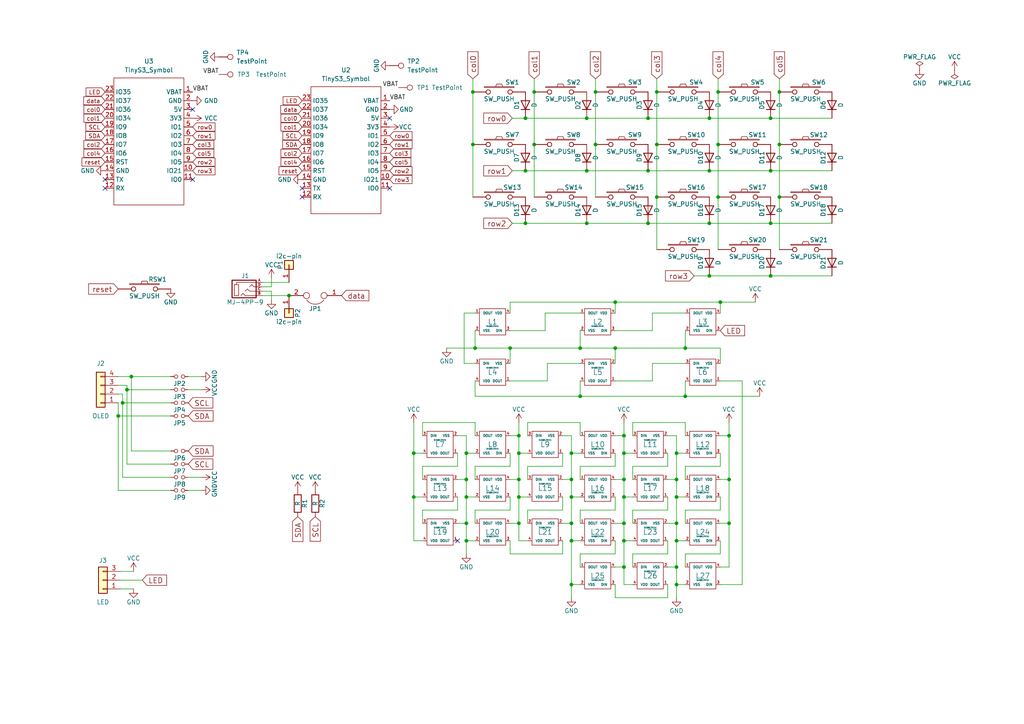
<source format=kicad_sch>
(kicad_sch (version 20231120) (generator "eeschema") (generator_version "8.0")
  (paper "A4")
  (title_block (title "Corne Classic") (date "2018-08-24") (rev "2.0") (company "foostan"))
  (junction (at 223.52 49.53))
  (junction (at 226.06 41.91))
  (junction (at 165.735 144.145))
  (junction (at 137.795 100.965))
  (junction (at 196.215 131.445))
  (junction (at 35.56 116.84))
  (junction (at 190.5 41.91))
  (junction (at 208.28 26.67))
  (junction (at 196.215 164.465))
  (junction (at 170.18 49.53))
  (junction (at 205.74 34.29))
  (junction (at 154.94 41.91))
  (junction (at 154.94 26.67))
  (junction (at 36.83 113.03))
  (junction (at 205.74 80.01))
  (junction (at 165.735 156.845))
  (junction (at 223.52 64.77))
  (junction (at 147.955 100.965))
  (junction (at 226.06 57.15))
  (junction (at 211.455 126.365))
  (junction (at 190.5 26.67))
  (junction (at 208.28 41.91))
  (junction (at 34.29 120.65))
  (junction (at 196.215 169.545))
  (junction (at 187.96 64.77))
  (junction (at 150.495 131.445))
  (junction (at 223.52 34.29))
  (junction (at 165.735 151.765))
  (junction (at 180.975 144.145))
  (junction (at 135.255 131.445))
  (junction (at 196.215 139.065))
  (junction (at 150.495 139.065))
  (junction (at 83.82 85.725))
  (junction (at 135.255 139.065))
  (junction (at 150.495 151.765))
  (junction (at 187.96 34.29))
  (junction (at 178.435 100.965))
  (junction (at 120.015 144.145))
  (junction (at 152.4 34.29))
  (junction (at 120.015 131.445))
  (junction (at 150.495 126.365))
  (junction (at 152.4 49.53))
  (junction (at 211.455 151.765))
  (junction (at 180.975 131.445))
  (junction (at 180.975 156.845))
  (junction (at 208.915 87.63))
  (junction (at 208.28 57.15))
  (junction (at 180.975 126.365))
  (junction (at 170.18 34.29))
  (junction (at 198.755 100.965))
  (junction (at 187.96 49.53))
  (junction (at 152.4 64.77))
  (junction (at 137.16 41.91))
  (junction (at 196.215 151.765))
  (junction (at 165.735 139.065))
  (junction (at 137.16 26.67))
  (junction (at 168.275 114.935))
  (junction (at 196.215 156.845))
  (junction (at 165.735 131.445))
  (junction (at 180.975 151.765))
  (junction (at 172.72 26.67))
  (junction (at 165.735 169.545))
  (junction (at 178.435 87.63))
  (junction (at 196.215 144.145))
  (junction (at 135.255 151.765))
  (junction (at 211.455 139.065))
  (junction (at 205.74 49.53))
  (junction (at 190.5 57.15))
  (junction (at 135.255 156.845))
  (junction (at 223.52 80.01))
  (junction (at 168.275 100.965))
  (junction (at 172.72 41.91))
  (junction (at 198.755 114.935))
  (junction (at 170.18 64.77))
  (junction (at 180.975 139.065))
  (junction (at 38.1 109.22))
  (junction (at 205.74 64.77))
  (junction (at 180.975 164.465))
  (junction (at 135.255 144.145))
  (junction (at 150.495 144.145))
  (junction (at 226.06 26.67))
  (no_connect (at 113.03 54.61))
  (no_connect (at 30.48 52.07))
  (no_connect (at 55.88 31.75))
  (no_connect (at 87.63 54.61))
  (no_connect (at 132.715 156.845))
  (no_connect (at 55.88 52.07))
  (no_connect (at 87.63 57.15))
  (no_connect (at 30.48 54.61))
  (no_connect (at 113.03 34.29))
  (wire (pts (xy 36.83 113.03) (xy 36.83 134.62)))
  (wire (pts (xy 208.915 90.805) (xy 208.915 87.63)))
  (wire (pts (xy 208.915 147.955) (xy 208.915 144.145)))
  (wire (pts (xy 76.2 84.455) (xy 78.74 84.455)))
  (wire (pts (xy 137.795 114.935) (xy 168.275 114.935)))
  (wire (pts (xy 183.515 139.065) (xy 183.515 135.255)))
  (wire (pts (xy 178.435 147.955) (xy 178.435 144.145)))
  (wire (pts (xy 208.915 100.965) (xy 208.915 105.41)))
  (wire (pts (xy 198.755 156.845) (xy 196.215 156.845)))
  (wire (pts (xy 36.83 111.76) (xy 36.83 113.03)))
  (wire (pts (xy 198.755 100.965) (xy 208.915 100.965)))
  (wire (pts (xy 211.455 122.555) (xy 211.455 126.365)))
  (wire (pts (xy 168.275 139.065) (xy 168.275 135.255)))
  (wire (pts (xy 198.755 164.465) (xy 198.755 160.655)))
  (wire (pts (xy 150.495 151.765) (xy 150.495 156.845)))
  (wire (pts (xy 38.1 109.22) (xy 49.53 109.22)))
  (wire (pts (xy 38.1 109.22) (xy 38.1 130.81)))
  (wire (pts (xy 193.675 151.765) (xy 196.215 151.765)))
  (wire (pts (xy 132.715 147.955) (xy 132.715 144.145)))
  (wire (pts (xy 152.4 64.77) (xy 170.18 64.77)))
  (wire (pts (xy 187.96 64.77) (xy 205.74 64.77)))
  (wire (pts (xy 198.755 131.445) (xy 196.215 131.445)))
  (wire (pts (xy 36.83 134.62) (xy 49.53 134.62)))
  (wire (pts (xy 168.275 100.965) (xy 178.435 100.965)))
  (wire (pts (xy 198.755 90.805) (xy 189.23 90.805)))
  (wire (pts (xy 226.06 57.15) (xy 226.06 72.39)))
  (wire (pts (xy 168.275 164.465) (xy 168.275 160.655)))
  (wire (pts (xy 158.75 110.49) (xy 158.75 105.41)))
  (wire (pts (xy 147.955 110.49) (xy 158.75 110.49)))
  (wire (pts (xy 137.795 147.955) (xy 147.955 147.955)))
  (wire (pts (xy 196.215 139.065) (xy 196.215 144.145)))
  (wire (pts (xy 180.975 126.365) (xy 180.975 131.445)))
  (wire (pts (xy 180.975 151.765) (xy 180.975 156.845)))
  (wire (pts (xy 122.555 144.145) (xy 120.015 144.145)))
  (wire (pts (xy 168.275 95.885) (xy 168.275 100.965)))
  (wire (pts (xy 134.62 90.805) (xy 134.62 105.41)))
  (wire (pts (xy 147.955 139.065) (xy 150.495 139.065)))
  (wire (pts (xy 168.275 151.765) (xy 168.275 147.955)))
  (wire (pts (xy 196.215 151.765) (xy 196.215 156.845)))
  (wire (pts (xy 208.915 126.365) (xy 211.455 126.365)))
  (wire (pts (xy 178.435 173.355) (xy 178.435 169.545)))
  (wire (pts (xy 154.94 41.91) (xy 154.94 57.15)))
  (wire (pts (xy 196.215 131.445) (xy 196.215 139.065)))
  (wire (pts (xy 35.56 116.84) (xy 35.56 138.43)))
  (wire (pts (xy 34.29 120.65) (xy 34.29 142.24)))
  (wire (pts (xy 54.61 113.03) (xy 58.42 113.03)))
  (wire (pts (xy 168.275 147.955) (xy 178.435 147.955)))
  (wire (pts (xy 135.255 151.765) (xy 135.255 156.845)))
  (wire (pts (xy 211.455 151.765) (xy 211.455 164.465)))
  (wire (pts (xy 187.96 34.29) (xy 205.74 34.29)))
  (wire (pts (xy 198.755 122.555) (xy 183.515 122.555)))
  (wire (pts (xy 147.955 87.63) (xy 178.435 87.63)))
  (wire (pts (xy 38.1 130.81) (xy 49.53 130.81)))
  (wire (pts (xy 168.275 126.365) (xy 168.275 122.555)))
  (wire (pts (xy 153.035 144.145) (xy 150.495 144.145)))
  (wire (pts (xy 54.61 138.43) (xy 58.42 138.43)))
  (wire (pts (xy 137.795 100.965) (xy 147.955 100.965)))
  (wire (pts (xy 168.275 144.145) (xy 165.735 144.145)))
  (wire (pts (xy 120.015 122.555) (xy 120.015 131.445)))
  (wire (pts (xy 190.5 22.86) (xy 190.5 26.67)))
  (wire (pts (xy 178.435 87.63) (xy 208.915 87.63)))
  (wire (pts (xy 134.62 105.41) (xy 137.795 105.41)))
  (wire (pts (xy 150.495 122.555) (xy 150.495 126.365)))
  (wire (pts (xy 137.795 126.365) (xy 137.795 122.555)))
  (wire (pts (xy 172.72 22.86) (xy 172.72 26.67)))
  (wire (pts (xy 178.435 126.365) (xy 180.975 126.365)))
  (wire (pts (xy 147.955 126.365) (xy 150.495 126.365)))
  (wire (pts (xy 120.015 144.145) (xy 120.015 156.845)))
  (wire (pts (xy 135.255 144.145) (xy 135.255 151.765)))
  (wire (pts (xy 183.515 151.765) (xy 183.515 147.955)))
  (wire (pts (xy 198.755 95.885) (xy 198.755 100.965)))
  (wire (pts (xy 208.915 151.765) (xy 211.455 151.765)))
  (wire (pts (xy 196.215 126.365) (xy 196.215 131.445)))
  (wire (pts (xy 198.755 151.765) (xy 198.755 147.955)))
  (wire (pts (xy 168.275 110.49) (xy 168.275 114.935)))
  (wire (pts (xy 215.265 110.49) (xy 215.265 169.545)))
  (wire (pts (xy 190.5 41.91) (xy 190.5 57.15)))
  (wire (pts (xy 223.52 64.77) (xy 241.3 64.77)))
  (wire (pts (xy 223.52 80.01) (xy 241.3 80.01)))
  (wire (pts (xy 193.675 139.065) (xy 196.215 139.065)))
  (wire (pts (xy 170.18 64.77) (xy 187.96 64.77)))
  (wire (pts (xy 165.735 169.545) (xy 165.735 173.355)))
  (wire (pts (xy 150.495 126.365) (xy 150.495 131.445)))
  (wire (pts (xy 137.795 122.555) (xy 122.555 122.555)))
  (wire (pts (xy 168.275 90.805) (xy 158.115 90.805)))
  (wire (pts (xy 135.255 139.065) (xy 135.255 144.145)))
  (wire (pts (xy 49.53 120.65) (xy 34.29 120.65)))
  (wire (pts (xy 178.435 105.41) (xy 178.435 100.965)))
  (wire (pts (xy 122.555 135.255) (xy 132.715 135.255)))
  (wire (pts (xy 193.675 173.355) (xy 178.435 173.355)))
  (wire (pts (xy 190.5 26.67) (xy 190.5 41.91)))
  (wire (pts (xy 163.195 156.845) (xy 163.195 160.655)))
  (wire (pts (xy 137.795 139.065) (xy 137.795 135.255)))
  (wire (pts (xy 180.975 156.845) (xy 180.975 164.465)))
  (wire (pts (xy 76.2 81.915) (xy 83.82 81.915)))
  (wire (pts (xy 148.59 34.29) (xy 152.4 34.29)))
  (wire (pts (xy 34.29 111.76) (xy 36.83 111.76)))
  (wire (pts (xy 122.555 131.445) (xy 120.015 131.445)))
  (wire (pts (xy 147.955 90.805) (xy 147.955 87.63)))
  (wire (pts (xy 158.115 90.805) (xy 158.115 95.885)))
  (wire (pts (xy 196.215 164.465) (xy 196.215 169.545)))
  (wire (pts (xy 49.53 113.03) (xy 36.83 113.03)))
  (wire (pts (xy 223.52 49.53) (xy 241.3 49.53)))
  (wire (pts (xy 154.94 26.67) (xy 154.94 41.91)))
  (wire (pts (xy 163.195 147.955) (xy 163.195 144.145)))
  (wire (pts (xy 34.29 142.24) (xy 49.53 142.24)))
  (wire (pts (xy 34.925 168.275) (xy 41.275 168.275)))
  (wire (pts (xy 34.29 116.84) (xy 34.29 120.65)))
  (wire (pts (xy 34.925 170.815) (xy 38.735 170.815)))
  (wire (pts (xy 198.755 160.655) (xy 208.915 160.655)))
  (wire (pts (xy 196.215 169.545) (xy 196.215 173.355)))
  (wire (pts (xy 172.72 26.67) (xy 172.72 41.91)))
  (wire (pts (xy 208.915 139.065) (xy 211.455 139.065)))
  (wire (pts (xy 137.795 135.255) (xy 147.955 135.255)))
  (wire (pts (xy 147.955 135.255) (xy 147.955 131.445)))
  (wire (pts (xy 165.735 144.145) (xy 165.735 151.765)))
  (wire (pts (xy 183.515 164.465) (xy 183.515 160.655)))
  (wire (pts (xy 193.675 160.655) (xy 193.675 156.845)))
  (wire (pts (xy 198.755 139.065) (xy 198.755 135.255)))
  (wire (pts (xy 129.54 100.965) (xy 137.795 100.965)))
  (wire (pts (xy 137.795 151.765) (xy 137.795 147.955)))
  (wire (pts (xy 208.915 87.63) (xy 219.075 87.63)))
  (wire (pts (xy 183.515 147.955) (xy 193.675 147.955)))
  (wire (pts (xy 208.28 57.15) (xy 208.28 72.39)))
  (wire (pts (xy 137.16 41.91) (xy 137.16 57.15)))
  (wire (pts (xy 76.2 85.725) (xy 83.82 85.725)))
  (wire (pts (xy 137.795 156.845) (xy 135.255 156.845)))
  (wire (pts (xy 180.975 156.845) (xy 183.515 156.845)))
  (wire (pts (xy 153.035 139.065) (xy 153.035 135.255)))
  (wire (pts (xy 150.495 156.845) (xy 153.035 156.845)))
  (wire (pts (xy 163.195 135.255) (xy 163.195 131.445)))
  (wire (pts (xy 193.675 147.955) (xy 193.675 144.145)))
  (wire (pts (xy 183.515 135.255) (xy 193.675 135.255)))
  (wire (pts (xy 35.56 138.43) (xy 49.53 138.43)))
  (wire (pts (xy 180.975 139.065) (xy 180.975 144.145)))
  (wire (pts (xy 189.23 90.805) (xy 189.23 95.885)))
  (wire (pts (xy 153.035 122.555) (xy 153.035 126.365)))
  (wire (pts (xy 193.675 135.255) (xy 193.675 131.445)))
  (wire (pts (xy 137.795 110.49) (xy 137.795 114.935)))
  (wire (pts (xy 147.955 105.41) (xy 147.955 100.965)))
  (wire (pts (xy 201.295 80.01) (xy 205.74 80.01)))
  (wire (pts (xy 187.96 49.53) (xy 205.74 49.53)))
  (wire (pts (xy 180.975 169.545) (xy 183.515 169.545)))
  (wire (pts (xy 178.435 164.465) (xy 180.975 164.465)))
  (wire (pts (xy 147.955 151.765) (xy 150.495 151.765)))
  (wire (pts (xy 198.755 114.935) (xy 220.345 114.935)))
  (wire (pts (xy 226.06 26.67) (xy 226.06 41.91)))
  (wire (pts (xy 49.53 116.84) (xy 35.56 116.84)))
  (wire (pts (xy 168.275 114.935) (xy 198.755 114.935)))
  (wire (pts (xy 78.74 84.455) (xy 78.74 86.995)))
  (wire (pts (xy 147.955 147.955) (xy 147.955 144.145)))
  (wire (pts (xy 165.735 156.845) (xy 165.735 169.545)))
  (wire (pts (xy 147.955 156.845) (xy 147.955 160.655)))
  (wire (pts (xy 180.975 131.445) (xy 180.975 139.065)))
  (wire (pts (xy 172.72 41.91) (xy 172.72 57.15)))
  (wire (pts (xy 165.735 139.065) (xy 165.735 144.145)))
  (wire (pts (xy 153.035 147.955) (xy 163.195 147.955)))
  (wire (pts (xy 158.115 95.885) (xy 147.955 95.885)))
  (wire (pts (xy 137.795 131.445) (xy 135.255 131.445)))
  (wire (pts (xy 132.715 139.065) (xy 135.255 139.065)))
  (wire (pts (xy 150.495 144.145) (xy 150.495 151.765)))
  (wire (pts (xy 163.195 126.365) (xy 165.735 126.365)))
  (wire (pts (xy 165.735 151.765) (xy 165.735 156.845)))
  (wire (pts (xy 226.06 41.91) (xy 226.06 57.15)))
  (wire (pts (xy 153.035 135.255) (xy 163.195 135.255)))
  (wire (pts (xy 153.035 131.445) (xy 150.495 131.445)))
  (wire (pts (xy 163.195 151.765) (xy 165.735 151.765)))
  (wire (pts (xy 190.5 57.15) (xy 190.5 72.39)))
  (wire (pts (xy 135.255 156.845) (xy 135.255 160.655)))
  (wire (pts (xy 122.555 122.555) (xy 122.555 126.365)))
  (wire (pts (xy 153.035 151.765) (xy 153.035 147.955)))
  (wire (pts (xy 147.955 100.965) (xy 168.275 100.965)))
  (wire (pts (xy 150.495 139.065) (xy 150.495 144.145)))
  (wire (pts (xy 137.16 22.86) (xy 137.16 26.67)))
  (wire (pts (xy 76.2 83.185) (xy 78.74 83.185)))
  (wire (pts (xy 165.735 131.445) (xy 165.735 139.065)))
  (wire (pts (xy 215.265 169.545) (xy 208.915 169.545)))
  (wire (pts (xy 148.59 49.53) (xy 152.4 49.53)))
  (wire (pts (xy 178.435 135.255) (xy 178.435 131.445)))
  (wire (pts (xy 178.435 100.965) (xy 198.755 100.965)))
  (wire (pts (xy 208.915 110.49) (xy 215.265 110.49)))
  (wire (pts (xy 193.675 126.365) (xy 196.215 126.365)))
  (wire (pts (xy 189.23 105.41) (xy 198.755 105.41)))
  (wire (pts (xy 198.755 126.365) (xy 198.755 122.555)))
  (wire (pts (xy 180.975 164.465) (xy 180.975 169.545)))
  (wire (pts (xy 189.23 95.885) (xy 178.435 95.885)))
  (wire (pts (xy 150.495 131.445) (xy 150.495 139.065)))
  (wire (pts (xy 122.555 139.065) (xy 122.555 135.255)))
  (wire (pts (xy 158.75 105.41) (xy 168.275 105.41)))
  (wire (pts (xy 208.915 135.255) (xy 208.915 131.445)))
  (wire (pts (xy 180.975 122.555) (xy 180.975 126.365)))
  (wire (pts (xy 120.015 156.845) (xy 122.555 156.845)))
  (wire (pts (xy 137.795 144.145) (xy 135.255 144.145)))
  (wire (pts (xy 154.94 22.86) (xy 154.94 26.67)))
  (wire (pts (xy 183.515 122.555) (xy 183.515 126.365)))
  (wire (pts (xy 189.23 110.49) (xy 189.23 105.41)))
  (wire (pts (xy 135.255 126.365) (xy 135.255 131.445)))
  (wire (pts (xy 205.74 80.01) (xy 223.52 80.01)))
  (wire (pts (xy 54.61 109.22) (xy 58.42 109.22)))
  (wire (pts (xy 137.795 95.885) (xy 137.795 100.965)))
  (wire (pts (xy 168.275 131.445) (xy 165.735 131.445)))
  (wire (pts (xy 180.975 131.445) (xy 183.515 131.445)))
  (wire (pts (xy 165.735 126.365) (xy 165.735 131.445)))
  (wire (pts (xy 178.435 90.805) (xy 178.435 87.63)))
  (wire (pts (xy 183.515 160.655) (xy 193.675 160.655)))
  (wire (pts (xy 208.28 41.91) (xy 208.28 57.15)))
  (wire (pts (xy 78.74 83.185) (xy 78.74 80.645)))
  (wire (pts (xy 168.275 160.655) (xy 178.435 160.655)))
  (wire (pts (xy 132.715 126.365) (xy 135.255 126.365)))
  (wire (pts (xy 152.4 34.29) (xy 170.18 34.29)))
  (wire (pts (xy 135.255 131.445) (xy 135.255 139.065)))
  (wire (pts (xy 198.755 135.255) (xy 208.915 135.255)))
  (wire (pts (xy 226.06 22.86) (xy 226.06 26.67)))
  (wire (pts (xy 163.195 139.065) (xy 165.735 139.065)))
  (wire (pts (xy 180.975 144.145) (xy 180.975 151.765)))
  (wire (pts (xy 196.215 144.145) (xy 196.215 151.765)))
  (wire (pts (xy 34.29 114.3) (xy 35.56 114.3)))
  (wire (pts (xy 178.435 139.065) (xy 180.975 139.065)))
  (wire (pts (xy 208.915 160.655) (xy 208.915 156.845)))
  (wire (pts (xy 152.4 49.53) (xy 170.18 49.53)))
  (wire (pts (xy 122.555 147.955) (xy 132.715 147.955)))
  (wire (pts (xy 34.925 165.735) (xy 38.735 165.735)))
  (wire (pts (xy 196.215 156.845) (xy 196.215 164.465)))
  (wire (pts (xy 198.755 147.955) (xy 208.915 147.955)))
  (wire (pts (xy 54.61 142.24) (xy 58.42 142.24)))
  (wire (pts (xy 193.675 169.545) (xy 193.675 173.355)))
  (wire (pts (xy 211.455 139.065) (xy 211.455 151.765)))
  (wire (pts (xy 35.56 114.3) (xy 35.56 116.84)))
  (wire (pts (xy 205.74 34.29) (xy 223.52 34.29)))
  (wire (pts (xy 205.74 49.53) (xy 223.52 49.53)))
  (wire (pts (xy 163.195 160.655) (xy 147.955 160.655)))
  (wire (pts (xy 168.275 135.255) (xy 178.435 135.255)))
  (wire (pts (xy 205.74 64.77) (xy 223.52 64.77)))
  (wire (pts (xy 34.29 109.22) (xy 38.1 109.22)))
  (wire (pts (xy 148.59 64.77) (xy 152.4 64.77)))
  (wire (pts (xy 193.675 164.465) (xy 196.215 164.465)))
  (wire (pts (xy 132.715 135.255) (xy 132.715 131.445)))
  (wire (pts (xy 211.455 126.365) (xy 211.455 139.065)))
  (wire (pts (xy 180.975 144.145) (xy 183.515 144.145)))
  (wire (pts (xy 168.275 122.555) (xy 153.035 122.555)))
  (wire (pts (xy 137.795 90.805) (xy 134.62 90.805)))
  (wire (pts (xy 122.555 151.765) (xy 122.555 147.955)))
  (wire (pts (xy 208.28 26.67) (xy 208.28 41.91)))
  (wire (pts (xy 198.755 144.145) (xy 196.215 144.145)))
  (wire (pts (xy 120.015 131.445) (xy 120.015 144.145)))
  (wire (pts (xy 178.435 160.655) (xy 178.435 156.845)))
  (wire (pts (xy 170.18 49.53) (xy 187.96 49.53)))
  (wire (pts (xy 208.28 22.86) (xy 208.28 26.67)))
  (wire (pts (xy 168.275 169.545) (xy 165.735 169.545)))
  (wire (pts (xy 137.16 26.67) (xy 137.16 41.91)))
  (wire (pts (xy 198.755 110.49) (xy 198.755 114.935)))
  (wire (pts (xy 223.52 34.29) (xy 241.3 34.29)))
  (wire (pts (xy 132.715 151.765) (xy 135.255 151.765)))
  (wire (pts (xy 178.435 151.765) (xy 180.975 151.765)))
  (wire (pts (xy 170.18 34.29) (xy 187.96 34.29)))
  (wire (pts (xy 168.275 156.845) (xy 165.735 156.845)))
  (wire (pts (xy 211.455 164.465) (xy 208.915 164.465)))
  (wire (pts (xy 198.755 169.545) (xy 196.215 169.545)))
  (wire (pts (xy 178.435 110.49) (xy 189.23 110.49)))
  (label "VBAT" (at 55.88 26.67 0))
  (label "VBAT" (at 113.03 29.21 0))
  (label "VBAT" (at 115.57 25.4 180))
  (label "VBAT" (at 63.5 21.59 180))
  (global_label "LED" (shape input) (at 87.63 29.21 180) (effects (font (size 1.1938 1.1938))) (property "Intersheetrefs" "${INTERSHEET_REFS}" (effects (hide yes))))
  (global_label "row2" (shape input) (at 55.88 46.99 0) (effects (font (size 1.1938 1.1938))) (property "Intersheetrefs" "${INTERSHEET_REFS}" (effects (hide yes))))
  (global_label "SCL" (shape input) (at 54.61 116.84 0) (effects (font (size 1.524 1.524))) (property "Intersheetrefs" "${INTERSHEET_REFS}" (effects (hide yes))))
  (global_label "reset" (shape input) (at 30.48 46.99 180) (effects (font (size 1.1938 1.1938))) (property "Intersheetrefs" "${INTERSHEET_REFS}" (effects (hide yes))))
  (global_label "col1" (shape input) (at 87.63 36.83 180) (effects (font (size 1.1938 1.1938))) (property "Intersheetrefs" "${INTERSHEET_REFS}" (effects (hide yes))))
  (global_label "SDA" (shape input) (at 54.61 130.81 0) (effects (font (size 1.524 1.524))) (property "Intersheetrefs" "${INTERSHEET_REFS}" (effects (hide yes))))
  (global_label "SDA" (shape input) (at 86.36 149.86 270) (effects (font (size 1.524 1.524))) (property "Intersheetrefs" "${INTERSHEET_REFS}" (effects (hide yes))))
  (global_label "col0" (shape input) (at 87.63 34.29 180) (effects (font (size 1.1938 1.1938))) (property "Intersheetrefs" "${INTERSHEET_REFS}" (effects (hide yes))))
  (global_label "col3" (shape input) (at 113.03 44.45 0) (effects (font (size 1.1938 1.1938))) (property "Intersheetrefs" "${INTERSHEET_REFS}" (effects (hide yes))))
  (global_label "col3" (shape input) (at 55.88 41.91 0) (effects (font (size 1.1938 1.1938))) (property "Intersheetrefs" "${INTERSHEET_REFS}" (effects (hide yes))))
  (global_label "reset" (shape input) (at 34.29 83.82 180) (effects (font (size 1.524 1.524))) (property "Intersheetrefs" "${INTERSHEET_REFS}" (effects (hide yes))))
  (global_label "row0" (shape input) (at 148.59 34.29 180) (effects (font (size 1.524 1.524))) (property "Intersheetrefs" "${INTERSHEET_REFS}" (effects (hide yes))))
  (global_label "col4" (shape input) (at 87.63 46.99 180) (effects (font (size 1.1938 1.1938))) (property "Intersheetrefs" "${INTERSHEET_REFS}" (effects (hide yes))))
  (global_label "LED" (shape input) (at 41.275 168.275 0) (effects (font (size 1.524 1.524))) (property "Intersheetrefs" "${INTERSHEET_REFS}" (effects (hide yes))))
  (global_label "SDA" (shape input) (at 87.63 41.91 180) (effects (font (size 1.1938 1.1938))) (property "Intersheetrefs" "${INTERSHEET_REFS}" (effects (hide yes))))
  (global_label "col2" (shape input) (at 87.63 44.45 180) (effects (font (size 1.1938 1.1938))) (property "Intersheetrefs" "${INTERSHEET_REFS}" (effects (hide yes))))
  (global_label "row3" (shape input) (at 201.295 80.01 180) (effects (font (size 1.524 1.524))) (property "Intersheetrefs" "${INTERSHEET_REFS}" (effects (hide yes))))
  (global_label "data" (shape input) (at 87.63 31.75 180) (effects (font (size 1.1938 1.1938))) (property "Intersheetrefs" "${INTERSHEET_REFS}" (effects (hide yes))))
  (global_label "row1" (shape input) (at 55.88 39.37 0) (effects (font (size 1.1938 1.1938))) (property "Intersheetrefs" "${INTERSHEET_REFS}" (effects (hide yes))))
  (global_label "col2" (shape input) (at 30.48 41.91 180) (effects (font (size 1.1938 1.1938))) (property "Intersheetrefs" "${INTERSHEET_REFS}" (effects (hide yes))))
  (global_label "col4" (shape input) (at 30.48 44.45 180) (effects (font (size 1.1938 1.1938))) (property "Intersheetrefs" "${INTERSHEET_REFS}" (effects (hide yes))))
  (global_label "LED" (shape input) (at 30.48 26.67 180) (effects (font (size 1.1938 1.1938))) (property "Intersheetrefs" "${INTERSHEET_REFS}" (effects (hide yes))))
  (global_label "col4" (shape input) (at 208.28 22.86 90) (effects (font (size 1.524 1.524))) (property "Intersheetrefs" "${INTERSHEET_REFS}" (effects (hide yes))))
  (global_label "col2" (shape input) (at 172.72 22.86 90) (effects (font (size 1.524 1.524))) (property "Intersheetrefs" "${INTERSHEET_REFS}" (effects (hide yes))))
  (global_label "col1" (shape input) (at 30.48 34.29 180) (effects (font (size 1.1938 1.1938))) (property "Intersheetrefs" "${INTERSHEET_REFS}" (effects (hide yes))))
  (global_label "col0" (shape input) (at 137.16 22.86 90) (effects (font (size 1.524 1.524))) (property "Intersheetrefs" "${INTERSHEET_REFS}" (effects (hide yes))))
  (global_label "row2" (shape input) (at 148.59 64.77 180) (effects (font (size 1.524 1.524))) (property "Intersheetrefs" "${INTERSHEET_REFS}" (effects (hide yes))))
  (global_label "row1" (shape input) (at 148.59 49.53 180) (effects (font (size 1.524 1.524))) (property "Intersheetrefs" "${INTERSHEET_REFS}" (effects (hide yes))))
  (global_label "LED" (shape input) (at 208.915 95.885 0) (effects (font (size 1.524 1.524))) (property "Intersheetrefs" "${INTERSHEET_REFS}" (effects (hide yes))))
  (global_label "col3" (shape input) (at 190.5 22.86 90) (effects (font (size 1.524 1.524))) (property "Intersheetrefs" "${INTERSHEET_REFS}" (effects (hide yes))))
  (global_label "col0" (shape input) (at 30.48 31.75 180) (effects (font (size 1.1938 1.1938))) (property "Intersheetrefs" "${INTERSHEET_REFS}" (effects (hide yes))))
  (global_label "row2" (shape input) (at 113.03 49.53 0) (effects (font (size 1.1938 1.1938))) (property "Intersheetrefs" "${INTERSHEET_REFS}" (effects (hide yes))))
  (global_label "row0" (shape input) (at 113.03 39.37 0) (effects (font (size 1.1938 1.1938))) (property "Intersheetrefs" "${INTERSHEET_REFS}" (effects (hide yes))))
  (global_label "SCL" (shape input) (at 30.48 36.83 180) (effects (font (size 1.1938 1.1938))) (property "Intersheetrefs" "${INTERSHEET_REFS}" (effects (hide yes))))
  (global_label "row0" (shape input) (at 55.88 36.83 0) (effects (font (size 1.1938 1.1938))) (property "Intersheetrefs" "${INTERSHEET_REFS}" (effects (hide yes))))
  (global_label "SCL" (shape input) (at 54.61 134.62 0) (effects (font (size 1.524 1.524))) (property "Intersheetrefs" "${INTERSHEET_REFS}" (effects (hide yes))))
  (global_label "SDA" (shape input) (at 30.48 39.37 180) (effects (font (size 1.1938 1.1938))) (property "Intersheetrefs" "${INTERSHEET_REFS}" (effects (hide yes))))
  (global_label "col5" (shape input) (at 226.06 22.86 90) (effects (font (size 1.524 1.524))) (property "Intersheetrefs" "${INTERSHEET_REFS}" (effects (hide yes))))
  (global_label "row3" (shape input) (at 55.88 49.53 0) (effects (font (size 1.1938 1.1938))) (property "Intersheetrefs" "${INTERSHEET_REFS}" (effects (hide yes))))
  (global_label "col5" (shape input) (at 55.88 44.45 0) (effects (font (size 1.1938 1.1938))) (property "Intersheetrefs" "${INTERSHEET_REFS}" (effects (hide yes))))
  (global_label "SDA" (shape input) (at 54.61 120.65 0) (effects (font (size 1.524 1.524))) (property "Intersheetrefs" "${INTERSHEET_REFS}" (effects (hide yes))))
  (global_label "SCL" (shape input) (at 91.44 149.86 270) (effects (font (size 1.524 1.524))) (property "Intersheetrefs" "${INTERSHEET_REFS}" (effects (hide yes))))
  (global_label "data" (shape input) (at 30.48 29.21 180) (effects (font (size 1.1938 1.1938))) (property "Intersheetrefs" "${INTERSHEET_REFS}" (effects (hide yes))))
  (global_label "col1" (shape input) (at 154.94 22.86 90) (effects (font (size 1.524 1.524))) (property "Intersheetrefs" "${INTERSHEET_REFS}" (effects (hide yes))))
  (global_label "col5" (shape input) (at 113.03 46.99 0) (effects (font (size 1.1938 1.1938))) (property "Intersheetrefs" "${INTERSHEET_REFS}" (effects (hide yes))))
  (global_label "row1" (shape input) (at 113.03 41.91 0) (effects (font (size 1.1938 1.1938))) (property "Intersheetrefs" "${INTERSHEET_REFS}" (effects (hide yes))))
  (global_label "reset" (shape input) (at 87.63 49.53 180) (effects (font (size 1.1938 1.1938))) (property "Intersheetrefs" "${INTERSHEET_REFS}" (effects (hide yes))))
  (global_label "row3" (shape input) (at 113.03 52.07 0) (effects (font (size 1.1938 1.1938))) (property "Intersheetrefs" "${INTERSHEET_REFS}" (effects (hide yes))))
  (global_label "data" (shape input) (at 99.06 85.725 0) (effects (font (size 1.524 1.524))) (property "Intersheetrefs" "${INTERSHEET_REFS}" (effects (hide yes))))
  (global_label "SCL" (shape input) (at 87.63 39.37 180) (effects (font (size 1.1938 1.1938))) (property "Intersheetrefs" "${INTERSHEET_REFS}" (effects (hide yes))))
  (symbol (lib_id "corne-classic-rescue:SW_PUSH-kbd") (at 162.56 26.67 0) (unit 1)
    (property "Reference" "SW2" (at 166.37 23.876 0))
    (property "Value" "SW_PUSH" (at 162.56 28.702 0))
    (property "Footprint" "kbd:MX_ALPS_PG1350_noLed" (effects (hide yes)))
  )
  (symbol (lib_id "Device:D") (at 170.18 30.48 90) (unit 1)
    (property "Reference" "D2" (at 167.64 30.48 0))
    (property "Value" "D" (at 172.72 30.48 0))
    (property "Footprint" "kbd:D3_TH_SMD" (effects (hide yes)))
  )
  (symbol (lib_id "corne-classic-rescue:SW_PUSH-kbd") (at 180.34 26.67 0) (unit 1)
    (property "Reference" "SW3" (at 184.15 23.876 0))
    (property "Value" "SW_PUSH" (at 180.34 28.702 0))
    (property "Footprint" "kbd:MX_ALPS_PG1350_noLed" (effects (hide yes)))
  )
  (symbol (lib_id "Device:D") (at 187.96 30.48 90) (unit 1)
    (property "Reference" "D3" (at 185.42 30.48 0))
    (property "Value" "D" (at 190.5 30.48 0))
    (property "Footprint" "kbd:D3_TH_SMD" (effects (hide yes)))
  )
  (symbol (lib_id "corne-classic-rescue:SW_PUSH-kbd") (at 198.12 26.67 0) (unit 1)
    (property "Reference" "SW4" (at 201.93 23.876 0))
    (property "Value" "SW_PUSH" (at 198.12 28.702 0))
    (property "Footprint" "kbd:MX_ALPS_PG1350_noLed" (effects (hide yes)))
  )
  (symbol (lib_id "corne-classic-rescue:SW_PUSH-kbd") (at 215.9 26.67 0) (unit 1)
    (property "Reference" "SW5" (at 219.71 23.876 0))
    (property "Value" "SW_PUSH" (at 215.9 28.702 0))
    (property "Footprint" "kbd:MX_ALPS_PG1350_noLed" (effects (hide yes)))
  )
  (symbol (lib_id "corne-classic-rescue:SW_PUSH-kbd") (at 233.68 26.67 0) (unit 1)
    (property "Reference" "SW6" (at 237.49 23.876 0))
    (property "Value" "SW_PUSH" (at 233.68 28.702 0))
    (property "Footprint" "kbd:MX_ALPS_PG1350_noLed" (effects (hide yes)))
  )
  (symbol (lib_id "Device:D") (at 205.74 30.48 90) (unit 1)
    (property "Reference" "D4" (at 203.2 30.48 0))
    (property "Value" "D" (at 208.28 30.48 0))
    (property "Footprint" "kbd:D3_TH_SMD" (effects (hide yes)))
  )
  (symbol (lib_id "Device:D") (at 223.52 30.48 90) (unit 1)
    (property "Reference" "D5" (at 220.98 30.48 0))
    (property "Value" "D" (at 226.06 30.48 0))
    (property "Footprint" "kbd:D3_TH_SMD" (effects (hide yes)))
  )
  (symbol (lib_id "Device:D") (at 241.3 30.48 90) (unit 1)
    (property "Reference" "D6" (at 238.76 30.48 0))
    (property "Value" "D" (at 243.84 30.48 0))
    (property "Footprint" "kbd:D3_TH_SMD" (effects (hide yes)))
  )
  (symbol (lib_id "corne-classic-rescue:SW_PUSH-kbd") (at 144.78 26.67 0) (unit 1)
    (property "Reference" "SW1" (at 148.59 23.876 0))
    (property "Value" "SW_PUSH" (at 144.78 28.702 0))
    (property "Footprint" "kbd:MX_ALPS_PG1350_noLed" (effects (hide yes)))
  )
  (symbol (lib_id "Device:D") (at 152.4 30.48 90) (unit 1)
    (property "Reference" "D1" (at 149.86 30.48 0))
    (property "Value" "D" (at 154.94 30.48 0))
    (property "Footprint" "kbd:D3_TH_SMD" (effects (hide yes)))
  )
  (symbol (lib_id "corne-classic-rescue:SW_PUSH-kbd") (at 162.56 41.91 0) (unit 1)
    (property "Reference" "SW8" (at 166.37 39.116 0))
    (property "Value" "SW_PUSH" (at 162.56 43.942 0))
    (property "Footprint" "kbd:MX_ALPS_PG1350_noLed" (effects (hide yes)))
  )
  (symbol (lib_id "Device:D") (at 170.18 45.72 90) (unit 1)
    (property "Reference" "D8" (at 167.64 45.72 0))
    (property "Value" "D" (at 172.72 45.72 0))
    (property "Footprint" "kbd:D3_TH_SMD" (effects (hide yes)))
  )
  (symbol (lib_id "corne-classic-rescue:SW_PUSH-kbd") (at 180.34 41.91 0) (unit 1)
    (property "Reference" "SW9" (at 184.15 39.116 0))
    (property "Value" "SW_PUSH" (at 180.34 43.942 0))
    (property "Footprint" "kbd:MX_ALPS_PG1350_noLed" (effects (hide yes)))
  )
  (symbol (lib_id "Device:D") (at 187.96 45.72 90) (unit 1)
    (property "Reference" "D9" (at 185.42 45.72 0))
    (property "Value" "D" (at 190.5 45.72 0))
    (property "Footprint" "kbd:D3_TH_SMD" (effects (hide yes)))
  )
  (symbol (lib_id "corne-classic-rescue:SW_PUSH-kbd") (at 198.12 41.91 0) (unit 1)
    (property "Reference" "SW10" (at 201.93 39.116 0))
    (property "Value" "SW_PUSH" (at 198.12 43.942 0))
    (property "Footprint" "kbd:MX_ALPS_PG1350_noLed" (effects (hide yes)))
  )
  (symbol (lib_id "corne-classic-rescue:SW_PUSH-kbd") (at 215.9 41.91 0) (unit 1)
    (property "Reference" "SW11" (at 219.71 39.116 0))
    (property "Value" "SW_PUSH" (at 215.9 43.942 0))
    (property "Footprint" "kbd:MX_ALPS_PG1350_noLed" (effects (hide yes)))
  )
  (symbol (lib_id "corne-classic-rescue:SW_PUSH-kbd") (at 233.68 41.91 0) (unit 1)
    (property "Reference" "SW12" (at 237.49 39.116 0))
    (property "Value" "SW_PUSH" (at 233.68 43.942 0))
    (property "Footprint" "kbd:MX_ALPS_PG1350_noLed" (effects (hide yes)))
  )
  (symbol (lib_id "Device:D") (at 205.74 45.72 90) (unit 1)
    (property "Reference" "D10" (at 203.2 45.72 0))
    (property "Value" "D" (at 208.28 45.72 0))
    (property "Footprint" "kbd:D3_TH_SMD" (effects (hide yes)))
  )
  (symbol (lib_id "Device:D") (at 223.52 45.72 90) (unit 1)
    (property "Reference" "D11" (at 220.98 45.72 0))
    (property "Value" "D" (at 226.06 45.72 0))
    (property "Footprint" "kbd:D3_TH_SMD" (effects (hide yes)))
  )
  (symbol (lib_id "Device:D") (at 241.3 45.72 90) (unit 1)
    (property "Reference" "D12" (at 238.76 45.72 0))
    (property "Value" "D" (at 243.84 45.72 0))
    (property "Footprint" "kbd:D3_TH_SMD" (effects (hide yes)))
  )
  (symbol (lib_id "corne-classic-rescue:SW_PUSH-kbd") (at 144.78 41.91 0) (unit 1)
    (property "Reference" "SW7" (at 148.59 39.116 0))
    (property "Value" "SW_PUSH" (at 144.78 43.942 0))
    (property "Footprint" "kbd:MX_ALPS_PG1350_noLed" (effects (hide yes)))
  )
  (symbol (lib_id "Device:D") (at 152.4 45.72 90) (unit 1)
    (property "Reference" "D7" (at 149.86 45.72 0))
    (property "Value" "D" (at 154.94 45.72 0))
    (property "Footprint" "kbd:D3_TH_SMD" (effects (hide yes)))
  )
  (symbol (lib_id "corne-classic-rescue:SW_PUSH-kbd") (at 162.56 57.15 0) (unit 1)
    (property "Reference" "SW14" (at 166.37 54.356 0))
    (property "Value" "SW_PUSH" (at 162.56 59.182 0))
    (property "Footprint" "kbd:MX_ALPS_PG1350_noLed" (effects (hide yes)))
  )
  (symbol (lib_id "Device:D") (at 170.18 60.96 90) (unit 1)
    (property "Reference" "D14" (at 167.64 60.96 0))
    (property "Value" "D" (at 172.72 60.96 0))
    (property "Footprint" "kbd:D3_TH_SMD" (effects (hide yes)))
  )
  (symbol (lib_id "corne-classic-rescue:SW_PUSH-kbd") (at 180.34 57.15 0) (unit 1)
    (property "Reference" "SW15" (at 184.15 54.356 0))
    (property "Value" "SW_PUSH" (at 180.34 59.182 0))
    (property "Footprint" "kbd:MX_ALPS_PG1350_noLed" (effects (hide yes)))
  )
  (symbol (lib_id "Device:D") (at 187.96 60.96 90) (unit 1)
    (property "Reference" "D15" (at 185.42 60.96 0))
    (property "Value" "D" (at 190.5 60.96 0))
    (property "Footprint" "kbd:D3_TH_SMD" (effects (hide yes)))
  )
  (symbol (lib_id "corne-classic-rescue:SW_PUSH-kbd") (at 198.12 57.15 0) (unit 1)
    (property "Reference" "SW16" (at 201.93 54.356 0))
    (property "Value" "SW_PUSH" (at 198.12 59.182 0))
    (property "Footprint" "kbd:MX_ALPS_PG1350_noLed" (effects (hide yes)))
  )
  (symbol (lib_id "corne-classic-rescue:SW_PUSH-kbd") (at 215.9 57.15 0) (unit 1)
    (property "Reference" "SW17" (at 219.71 54.356 0))
    (property "Value" "SW_PUSH" (at 215.9 59.182 0))
    (property "Footprint" "kbd:MX_ALPS_PG1350_noLed" (effects (hide yes)))
  )
  (symbol (lib_id "corne-classic-rescue:SW_PUSH-kbd") (at 233.68 57.15 0) (unit 1)
    (property "Reference" "SW18" (at 237.49 54.356 0))
    (property "Value" "SW_PUSH" (at 233.68 59.182 0))
    (property "Footprint" "kbd:MX_ALPS_PG1350_noLed" (effects (hide yes)))
  )
  (symbol (lib_id "Device:D") (at 205.74 60.96 90) (unit 1)
    (property "Reference" "D16" (at 203.2 60.96 0))
    (property "Value" "D" (at 208.28 60.96 0))
    (property "Footprint" "kbd:D3_TH_SMD" (effects (hide yes)))
  )
  (symbol (lib_id "Device:D") (at 223.52 60.96 90) (unit 1)
    (property "Reference" "D17" (at 220.98 60.96 0))
    (property "Value" "D" (at 226.06 60.96 0))
    (property "Footprint" "kbd:D3_TH_SMD" (effects (hide yes)))
  )
  (symbol (lib_id "Device:D") (at 241.3 60.96 90) (unit 1)
    (property "Reference" "D18" (at 238.76 60.96 0))
    (property "Value" "D" (at 243.84 60.96 0))
    (property "Footprint" "kbd:D3_TH_SMD" (effects (hide yes)))
  )
  (symbol (lib_id "corne-classic-rescue:SW_PUSH-kbd") (at 144.78 57.15 0) (unit 1)
    (property "Reference" "SW13" (at 148.59 54.356 0))
    (property "Value" "SW_PUSH" (at 144.78 59.182 0))
    (property "Footprint" "kbd:MX_ALPS_PG1350_noLed" (effects (hide yes)))
  )
  (symbol (lib_id "Device:D") (at 152.4 60.96 90) (unit 1)
    (property "Reference" "D13" (at 149.86 60.96 0))
    (property "Value" "D" (at 154.94 60.96 0))
    (property "Footprint" "kbd:D3_TH_SMD" (effects (hide yes)))
  )
  (symbol (lib_id "corne-classic-rescue:SW_PUSH-kbd") (at 215.9 72.39 0) (unit 1)
    (property "Reference" "SW20" (at 219.71 69.596 0))
    (property "Value" "SW_PUSH" (at 215.9 74.422 0))
    (property "Footprint" "kbd:MX_ALPS_PG1350_noLed" (effects (hide yes)))
  )
  (symbol (lib_id "Device:D") (at 223.52 76.2 90) (unit 1)
    (property "Reference" "D20" (at 220.98 76.2 0))
    (property "Value" "D" (at 226.06 76.2 0))
    (property "Footprint" "kbd:D3_TH_SMD" (effects (hide yes)))
  )
  (symbol (lib_id "corne-classic-rescue:SW_PUSH-kbd") (at 233.68 72.39 0) (unit 1)
    (property "Reference" "SW21" (at 237.49 69.596 0))
    (property "Value" "SW_PUSH" (at 233.68 74.422 0))
    (property "Footprint" "kbd:MX_ALPS_PG1350_noLed_1.75u" (effects (hide yes)))
  )
  (symbol (lib_id "Device:D") (at 241.3 76.2 90) (unit 1)
    (property "Reference" "D21" (at 238.76 76.2 0))
    (property "Value" "D" (at 243.84 76.2 0))
    (property "Footprint" "kbd:D3_TH_SMD" (effects (hide yes)))
  )
  (symbol (lib_id "corne-classic-rescue:SW_PUSH-kbd") (at 198.12 72.39 0) (unit 1)
    (property "Reference" "SW19" (at 201.93 69.596 0))
    (property "Value" "SW_PUSH" (at 198.12 74.422 0))
    (property "Footprint" "kbd:MX_ALPS_PG1350_noLed" (effects (hide yes)))
  )
  (symbol (lib_id "Device:D") (at 205.74 76.2 90) (unit 1)
    (property "Reference" "D19" (at 203.2 76.2 0))
    (property "Value" "D" (at 208.28 76.2 0))
    (property "Footprint" "kbd:D3_TH_SMD" (effects (hide yes)))
  )
  (symbol (lib_id "power:GND") (at 113.03 31.75 90) (unit 1)
    (property "Reference" "#PWR03" (effects (hide yes)))
    (property "Value" "GND" (at 117.856 31.75 90))
  )
  (symbol (lib_id "power:VCC") (at 113.03 36.83 270) (unit 1)
    (property "Reference" "#PWR05" (effects (hide yes)))
    (property "Value" "VCC" (at 117.602 36.83 90))
  )
  (symbol (lib_id "power:GND") (at 87.63 52.07 270) (unit 1)
    (property "Reference" "#PWR04" (effects (hide yes)))
    (property "Value" "GND" (at 82.55 52.07 90))
  )
  (symbol (lib_id "power:GND") (at 266.7 20.32 0) (unit 1)
    (property "Reference" "#PWR01" (effects (hide yes)))
    (property "Value" "GND" (at 266.7 24.13 0))
  )
  (symbol (lib_id "power:VCC") (at 276.86 20.32 0) (unit 1)
    (property "Reference" "#PWR02" (effects (hide yes)))
    (property "Value" "VCC" (at 276.86 16.51 0))
  )
  (symbol (lib_id "power:PWR_FLAG") (at 276.86 20.32 180) (unit 1)
    (property "Reference" "#FLG02" (effects (hide yes)))
    (property "Value" "PWR_FLAG" (at 276.86 24.13 0))
  )
  (symbol (lib_id "power:PWR_FLAG") (at 266.7 20.32 0) (unit 1)
    (property "Reference" "#FLG01" (effects (hide yes)))
    (property "Value" "PWR_FLAG" (at 266.7 16.51 0))
  )
  (symbol (lib_id "corne-classic-rescue:SW_PUSH-kbd") (at 41.91 83.82 0) (unit 1)
    (property "Reference" "RSW1" (at 45.72 81.026 0))
    (property "Value" "SW_PUSH" (at 41.91 85.852 0))
    (property "Footprint" "kbd:ResetSW" (effects (hide yes)))
  )
  (symbol (lib_id "power:GND") (at 49.53 83.82 0) (unit 1)
    (property "Reference" "#PWR07" (effects (hide yes)))
    (property "Value" "GND" (at 49.53 87.63 0))
  )
  (symbol (lib_id "corne-classic-rescue:Jumper-Device") (at 91.44 85.725 180) (unit 1)
    (property "Reference" "JP1" (at 91.44 89.535 0))
    (property "Value" " " (at 91.44 83.693 0))
    (property "Footprint" "kbd:JP" (effects (hide yes)))
  )
  (symbol (lib_id "power:VCC") (at 78.74 80.645 0) (unit 1)
    (property "Reference" "#PWR06" (effects (hide yes)))
    (property "Value" "VCC" (at 78.74 76.835 0))
  )
  (symbol (lib_id "power:GND") (at 78.74 86.995 0) (unit 1)
    (property "Reference" "#PWR08" (effects (hide yes)))
    (property "Value" "GND" (at 78.74 90.805 0))
  )
  (symbol (lib_id "corne-classic-rescue:SK6812MINI-kbd") (at 142.875 128.905 0) (unit 1)
    (property "Reference" "L8" (at 142.875 128.905 0) (effects (font (size 1.4986 1.4986))))
    (property "Value" "SK6812MINI" (at 142.875 130.175 0) (effects (font (size 0.4064 0.4064))))
    (property "Footprint" "kbd:SK6812MINI_rev" (effects (hide yes)))
  )
  (symbol (lib_id "corne-classic-rescue:SK6812MINI-kbd") (at 158.115 128.905 180) (unit 1)
    (property "Reference" "L9" (at 158.115 128.905 0) (effects (font (size 1.4986 1.4986))))
    (property "Value" "SK6812MINI" (at 158.115 127.635 0) (effects (font (size 0.4064 0.4064))))
    (property "Footprint" "kbd:SK6812MINI_rev" (effects (hide yes)))
  )
  (symbol (lib_id "corne-classic-rescue:SK6812MINI-kbd") (at 173.355 128.905 0) (unit 1)
    (property "Reference" "L10" (at 173.355 128.905 0) (effects (font (size 1.4986 1.4986))))
    (property "Value" "SK6812MINI" (at 173.355 130.175 0) (effects (font (size 0.4064 0.4064))))
    (property "Footprint" "kbd:SK6812MINI_rev" (effects (hide yes)))
  )
  (symbol (lib_id "corne-classic-rescue:SK6812MINI-kbd") (at 188.595 128.905 180) (unit 1)
    (property "Reference" "L11" (at 188.595 128.905 0) (effects (font (size 1.4986 1.4986))))
    (property "Value" "SK6812MINI" (at 188.595 127.635 0) (effects (font (size 0.4064 0.4064))))
    (property "Footprint" "kbd:SK6812MINI_rev" (effects (hide yes)))
  )
  (symbol (lib_id "corne-classic-rescue:SK6812MINI-kbd") (at 203.835 128.905 0) (unit 1)
    (property "Reference" "L12" (at 203.835 128.905 0) (effects (font (size 1.4986 1.4986))))
    (property "Value" "SK6812MINI" (at 203.835 130.175 0) (effects (font (size 0.4064 0.4064))))
    (property "Footprint" "kbd:SK6812MINI_rev" (effects (hide yes)))
  )
  (symbol (lib_id "corne-classic-rescue:SK6812MINI-kbd") (at 127.635 128.905 180) (unit 1)
    (property "Reference" "L7" (at 127.635 128.905 0) (effects (font (size 1.4986 1.4986))))
    (property "Value" "SK6812MINI" (at 127.635 127.635 0) (effects (font (size 0.4064 0.4064))))
    (property "Footprint" "kbd:SK6812MINI_rev" (effects (hide yes)))
  )
  (symbol (lib_id "corne-classic-rescue:SK6812MINI-kbd") (at 142.875 141.605 0) (unit 1)
    (property "Reference" "L14" (at 142.875 141.605 0) (effects (font (size 1.4986 1.4986))))
    (property "Value" "SK6812MINI" (at 142.875 142.875 0) (effects (font (size 0.4064 0.4064))))
    (property "Footprint" "kbd:SK6812MINI_rev" (effects (hide yes)))
  )
  (symbol (lib_id "corne-classic-rescue:SK6812MINI-kbd") (at 158.115 141.605 180) (unit 1)
    (property "Reference" "L15" (at 158.115 141.605 0) (effects (font (size 1.4986 1.4986))))
    (property "Value" "SK6812MINI" (at 158.115 140.335 0) (effects (font (size 0.4064 0.4064))))
    (property "Footprint" "kbd:SK6812MINI_rev" (effects (hide yes)))
  )
  (symbol (lib_id "corne-classic-rescue:SK6812MINI-kbd") (at 173.355 141.605 0) (unit 1)
    (property "Reference" "L16" (at 173.355 141.605 0) (effects (font (size 1.4986 1.4986))))
    (property "Value" "SK6812MINI" (at 173.355 142.875 0) (effects (font (size 0.4064 0.4064))))
    (property "Footprint" "kbd:SK6812MINI_rev" (effects (hide yes)))
  )
  (symbol (lib_id "corne-classic-rescue:SK6812MINI-kbd") (at 188.595 141.605 180) (unit 1)
    (property "Reference" "L17" (at 188.595 141.605 0) (effects (font (size 1.4986 1.4986))))
    (property "Value" "SK6812MINI" (at 188.595 140.335 0) (effects (font (size 0.4064 0.4064))))
    (property "Footprint" "kbd:SK6812MINI_rev" (effects (hide yes)))
  )
  (symbol (lib_id "corne-classic-rescue:SK6812MINI-kbd") (at 203.835 141.605 0) (unit 1)
    (property "Reference" "L18" (at 203.835 141.605 0) (effects (font (size 1.4986 1.4986))))
    (property "Value" "SK6812MINI" (at 203.835 142.875 0) (effects (font (size 0.4064 0.4064))))
    (property "Footprint" "kbd:SK6812MINI_rev" (effects (hide yes)))
  )
  (symbol (lib_id "corne-classic-rescue:SK6812MINI-kbd") (at 127.635 141.605 180) (unit 1)
    (property "Reference" "L13" (at 127.635 141.605 0) (effects (font (size 1.4986 1.4986))))
    (property "Value" "SK6812MINI" (at 127.635 140.335 0) (effects (font (size 0.4064 0.4064))))
    (property "Footprint" "kbd:SK6812MINI_rev" (effects (hide yes)))
  )
  (symbol (lib_id "corne-classic-rescue:SK6812MINI-kbd") (at 142.875 154.305 0) (unit 1)
    (property "Reference" "L20" (at 142.875 154.305 0) (effects (font (size 1.4986 1.4986))))
    (property "Value" "SK6812MINI" (at 142.875 155.575 0) (effects (font (size 0.4064 0.4064))))
    (property "Footprint" "kbd:SK6812MINI_rev" (effects (hide yes)))
  )
  (symbol (lib_id "corne-classic-rescue:SK6812MINI-kbd") (at 158.115 154.305 180) (unit 1)
    (property "Reference" "L21" (at 158.115 154.305 0) (effects (font (size 1.4986 1.4986))))
    (property "Value" "SK6812MINI" (at 158.115 153.035 0) (effects (font (size 0.4064 0.4064))))
    (property "Footprint" "kbd:SK6812MINI_rev" (effects (hide yes)))
  )
  (symbol (lib_id "corne-classic-rescue:SK6812MINI-kbd") (at 173.355 154.305 0) (unit 1)
    (property "Reference" "L22" (at 173.355 154.305 0) (effects (font (size 1.4986 1.4986))))
    (property "Value" "SK6812MINI" (at 173.355 155.575 0) (effects (font (size 0.4064 0.4064))))
    (property "Footprint" "kbd:SK6812MINI_rev" (effects (hide yes)))
  )
  (symbol (lib_id "corne-classic-rescue:SK6812MINI-kbd") (at 188.595 154.305 180) (unit 1)
    (property "Reference" "L23" (at 188.595 154.305 0) (effects (font (size 1.4986 1.4986))))
    (property "Value" "SK6812MINI" (at 188.595 153.035 0) (effects (font (size 0.4064 0.4064))))
    (property "Footprint" "kbd:SK6812MINI_rev" (effects (hide yes)))
  )
  (symbol (lib_id "corne-classic-rescue:SK6812MINI-kbd") (at 203.835 154.305 0) (unit 1)
    (property "Reference" "L24" (at 203.835 154.305 0) (effects (font (size 1.4986 1.4986))))
    (property "Value" "SK6812MINI" (at 203.835 155.575 0) (effects (font (size 0.4064 0.4064))))
    (property "Footprint" "kbd:SK6812MINI_rev" (effects (hide yes)))
  )
  (symbol (lib_id "corne-classic-rescue:SK6812MINI-kbd") (at 127.635 154.305 180) (unit 1)
    (property "Reference" "L19" (at 127.635 154.305 0) (effects (font (size 1.4986 1.4986))))
    (property "Value" "SK6812MINI" (at 127.635 153.035 0) (effects (font (size 0.4064 0.4064))))
    (property "Footprint" "kbd:SK6812MINI_rev" (effects (hide yes)))
  )
  (symbol (lib_id "corne-classic-rescue:SK6812MINI-kbd") (at 188.595 167.005 180) (unit 1)
    (property "Reference" "L26" (at 188.595 167.005 0) (effects (font (size 1.4986 1.4986))))
    (property "Value" "SK6812MINI" (at 188.595 165.735 0) (effects (font (size 0.4064 0.4064))))
    (property "Footprint" "kbd:SK6812MINI_rev" (effects (hide yes)))
  )
  (symbol (lib_id "corne-classic-rescue:SK6812MINI-kbd") (at 203.835 167.005 0) (unit 1)
    (property "Reference" "L27" (at 203.835 167.005 0) (effects (font (size 1.4986 1.4986))))
    (property "Value" "SK6812MINI" (at 203.835 168.275 0) (effects (font (size 0.4064 0.4064))))
    (property "Footprint" "kbd:SK6812MINI_rev" (effects (hide yes)))
  )
  (symbol (lib_id "corne-classic-rescue:SK6812MINI-kbd") (at 173.355 167.005 0) (unit 1)
    (property "Reference" "L25" (at 173.355 167.005 0) (effects (font (size 1.4986 1.4986))))
    (property "Value" "SK6812MINI" (at 173.355 168.275 0) (effects (font (size 0.4064 0.4064))))
    (property "Footprint" "kbd:SK6812MINI_rev" (effects (hide yes)))
  )
  (symbol (lib_id "Connector_Generic:Conn_01x04") (at 29.21 114.3 180) (unit 1)
    (property "Reference" "J2" (at 29.21 105.41 0))
    (property "Value" "OLED" (at 29.21 120.65 0))
    (property "Footprint" "kbd:OLED" (effects (hide yes)))
  )
  (symbol (lib_id "corne-classic-rescue:Jumper_NO_Small-Device") (at 52.07 109.22 180) (unit 1)
    (property "Reference" "JP2" (at 52.07 111.252 0))
    (property "Value" " " (at 51.816 107.696 0))
    (property "Footprint" "kbd:Jumper" (effects (hide yes)))
  )
  (symbol (lib_id "corne-classic-rescue:Jumper_NO_Small-Device") (at 52.07 113.03 180) (unit 1)
    (property "Reference" "JP3" (at 52.07 115.062 0))
    (property "Value" " " (at 51.816 111.506 0))
    (property "Footprint" "kbd:Jumper" (effects (hide yes)))
  )
  (symbol (lib_id "corne-classic-rescue:Jumper_NO_Small-Device") (at 52.07 116.84 180) (unit 1)
    (property "Reference" "JP4" (at 52.07 118.872 0))
    (property "Value" " " (at 51.816 115.316 0))
    (property "Footprint" "kbd:Jumper" (effects (hide yes)))
  )
  (symbol (lib_id "corne-classic-rescue:Jumper_NO_Small-Device") (at 52.07 120.65 180) (unit 1)
    (property "Reference" "JP5" (at 52.07 122.682 0))
    (property "Value" " " (at 51.816 119.126 0))
    (property "Footprint" "kbd:Jumper" (effects (hide yes)))
  )
  (symbol (lib_id "corne-classic-rescue:Jumper_NO_Small-Device") (at 52.07 130.81 180) (unit 1)
    (property "Reference" "JP6" (at 52.07 132.842 0))
    (property "Value" " " (at 51.816 129.286 0))
    (property "Footprint" "kbd:Jumper" (effects (hide yes)))
  )
  (symbol (lib_id "corne-classic-rescue:Jumper_NO_Small-Device") (at 52.07 134.62 180) (unit 1)
    (property "Reference" "JP7" (at 52.07 136.652 0))
    (property "Value" " " (at 51.816 133.096 0))
    (property "Footprint" "kbd:Jumper" (effects (hide yes)))
  )
  (symbol (lib_id "corne-classic-rescue:Jumper_NO_Small-Device") (at 52.07 138.43 180) (unit 1)
    (property "Reference" "JP8" (at 52.07 140.462 0))
    (property "Value" " " (at 51.816 136.906 0))
    (property "Footprint" "kbd:Jumper" (effects (hide yes)))
  )
  (symbol (lib_id "corne-classic-rescue:Jumper_NO_Small-Device") (at 52.07 142.24 180) (unit 1)
    (property "Reference" "JP9" (at 52.07 144.272 0))
    (property "Value" " " (at 51.816 140.716 0))
    (property "Footprint" "kbd:Jumper" (effects (hide yes)))
  )
  (symbol (lib_id "power:GND") (at 58.42 109.22 90) (unit 1)
    (property "Reference" "#PWR011" (effects (hide yes)))
    (property "Value" "GND" (at 62.23 109.22 0))
  )
  (symbol (lib_id "power:GND") (at 58.42 142.24 90) (unit 1)
    (property "Reference" "#PWR019" (effects (hide yes)))
    (property "Value" "GND" (at 62.23 142.24 0))
  )
  (symbol (lib_id "power:VCC") (at 58.42 113.03 270) (unit 1)
    (property "Reference" "#PWR012" (effects (hide yes)))
    (property "Value" "VCC" (at 62.23 113.03 0))
  )
  (symbol (lib_id "power:VCC") (at 58.42 138.43 270) (unit 1)
    (property "Reference" "#PWR018" (effects (hide yes)))
    (property "Value" "VCC" (at 62.23 138.43 0))
  )
  (symbol (lib_id "power:VCC") (at 211.455 122.555 0) (unit 1)
    (property "Reference" "#PWR017" (effects (hide yes)))
    (property "Value" "VCC" (at 211.455 118.745 0))
  )
  (symbol (lib_id "power:VCC") (at 180.975 122.555 0) (unit 1)
    (property "Reference" "#PWR016" (effects (hide yes)))
    (property "Value" "VCC" (at 180.975 118.745 0))
  )
  (symbol (lib_id "power:VCC") (at 150.495 122.555 0) (unit 1)
    (property "Reference" "#PWR015" (effects (hide yes)))
    (property "Value" "VCC" (at 150.495 118.745 0))
  )
  (symbol (lib_id "power:VCC") (at 120.015 122.555 0) (unit 1)
    (property "Reference" "#PWR014" (effects (hide yes)))
    (property "Value" "VCC" (at 120.015 118.745 0))
  )
  (symbol (lib_id "power:GND") (at 196.215 173.355 0) (unit 1)
    (property "Reference" "#PWR026" (effects (hide yes)))
    (property "Value" "GND" (at 196.215 177.165 0))
  )
  (symbol (lib_id "power:GND") (at 165.735 173.355 0) (unit 1)
    (property "Reference" "#PWR025" (effects (hide yes)))
    (property "Value" "GND" (at 165.735 177.165 0))
  )
  (symbol (lib_id "power:GND") (at 135.255 160.655 0) (unit 1)
    (property "Reference" "#PWR022" (effects (hide yes)))
    (property "Value" "GND" (at 135.255 164.465 0))
  )
  (symbol (lib_id "Device:R") (at 86.36 146.05 0) (unit 1)
    (property "Reference" "R1" (at 88.392 146.05 90))
    (property "Value" "R" (at 86.36 146.05 90))
    (property "Footprint" "kbd:R" (effects (hide yes)))
  )
  (symbol (lib_id "Device:R") (at 91.44 146.05 0) (unit 1)
    (property "Reference" "R2" (at 93.472 146.05 90))
    (property "Value" "R" (at 91.44 146.05 90))
    (property "Footprint" "kbd:R" (effects (hide yes)))
  )
  (symbol (lib_id "power:VCC") (at 86.36 142.24 0) (unit 1)
    (property "Reference" "#PWR020" (effects (hide yes)))
    (property "Value" "VCC" (at 86.36 138.43 0))
  )
  (symbol (lib_id "power:VCC") (at 91.44 142.24 0) (unit 1)
    (property "Reference" "#PWR021" (effects (hide yes)))
    (property "Value" "VCC" (at 91.44 138.43 0))
  )
  (symbol (lib_id "Connector_Generic:Conn_01x03") (at 29.845 168.275 180) (unit 1)
    (property "Reference" "J3" (at 29.845 162.56 0))
    (property "Value" "LED" (at 29.845 174.625 0))
    (property "Footprint" "kbd:StripLED_rev" (effects (hide yes)))
  )
  (symbol (lib_id "power:VCC") (at 38.735 165.735 0) (unit 1)
    (property "Reference" "#PWR023" (effects (hide yes)))
    (property "Value" "VCC" (at 38.735 161.925 0))
  )
  (symbol (lib_id "power:GND") (at 38.735 170.815 0) (unit 1)
    (property "Reference" "#PWR024" (effects (hide yes)))
    (property "Value" "GND" (at 38.735 174.625 0))
  )
  (symbol (lib_id "corne-classic-rescue:MJ-4PP-9-kbd") (at 71.12 83.82 0) (unit 1)
    (property "Reference" "J1" (at 71.12 80.01 0))
    (property "Value" "MJ-4PP-9" (at 71.12 87.63 0))
    (property "Footprint" "kbd:MJ-4PP-9" (effects (hide yes)))
  )
  (symbol (lib_id "Connector_Generic:Conn_01x01") (at 83.82 90.805 270) (unit 1)
    (property "Reference" "P2" (at 86.36 90.805 0))
    (property "Value" "i2c-pin" (at 83.82 93.345 90))
    (property "Footprint" "kbd:1pin_conn" (effects (hide yes)))
  )
  (symbol (lib_id "Connector_Generic:Conn_01x01") (at 83.82 76.835 90) (unit 1)
    (property "Reference" "P1" (at 81.28 76.835 0))
    (property "Value" "i2c-pin" (at 83.82 74.295 90))
    (property "Footprint" "kbd:1pin_conn" (effects (hide yes)))
  )
  (symbol (lib_id "corne-classic-rescue:SK6812MINI-kbd") (at 203.835 93.345 0) (unit 1)
    (property "Reference" "L3" (at 203.835 93.345 0) (effects (font (size 1.4986 1.4986))))
    (property "Value" "SK6812MINI" (at 203.835 94.615 0) (effects (font (size 0.4064 0.4064))))
    (property "Footprint" "kbd:SK6812MINI_underglow" (effects (hide yes)))
  )
  (symbol (lib_id "corne-classic-rescue:SK6812MINI-kbd") (at 173.355 93.345 0) (unit 1)
    (property "Reference" "L2" (at 173.355 93.345 0) (effects (font (size 1.4986 1.4986))))
    (property "Value" "SK6812MINI" (at 173.355 94.615 0) (effects (font (size 0.4064 0.4064))))
    (property "Footprint" "kbd:SK6812MINI_underglow" (effects (hide yes)))
  )
  (symbol (lib_id "corne-classic-rescue:SK6812MINI-kbd") (at 142.875 93.345 0) (unit 1)
    (property "Reference" "L1" (at 142.875 93.345 0) (effects (font (size 1.4986 1.4986))))
    (property "Value" "SK6812MINI" (at 142.875 94.615 0) (effects (font (size 0.4064 0.4064))))
    (property "Footprint" "kbd:SK6812MINI_underglow" (effects (hide yes)))
  )
  (symbol (lib_id "corne-classic-rescue:SK6812MINI-kbd") (at 203.835 107.95 180) (unit 1)
    (property "Reference" "L6" (at 203.835 107.95 0) (effects (font (size 1.4986 1.4986))))
    (property "Value" "SK6812MINI" (at 203.835 106.68 0) (effects (font (size 0.4064 0.4064))))
    (property "Footprint" "kbd:SK6812MINI_underglow" (effects (hide yes)))
  )
  (symbol (lib_id "corne-classic-rescue:SK6812MINI-kbd") (at 173.355 107.95 180) (unit 1)
    (property "Reference" "L5" (at 173.355 107.95 0) (effects (font (size 1.4986 1.4986))))
    (property "Value" "SK6812MINI" (at 173.355 106.68 0) (effects (font (size 0.4064 0.4064))))
    (property "Footprint" "kbd:SK6812MINI_underglow" (effects (hide yes)))
  )
  (symbol (lib_id "corne-classic-rescue:SK6812MINI-kbd") (at 142.875 107.95 180) (unit 1)
    (property "Reference" "L4" (at 142.875 107.95 0) (effects (font (size 1.4986 1.4986))))
    (property "Value" "SK6812MINI" (at 142.875 106.68 0) (effects (font (size 0.4064 0.4064))))
    (property "Footprint" "kbd:SK6812MINI_underglow" (effects (hide yes)))
  )
  (symbol (lib_id "power:VCC") (at 219.075 87.63 0) (unit 1)
    (property "Reference" "#PWR09" (effects (hide yes)))
    (property "Value" "VCC" (at 219.075 83.82 0))
  )
  (symbol (lib_id "power:VCC") (at 220.345 114.935 0) (unit 1)
    (property "Reference" "#PWR013" (effects (hide yes)))
    (property "Value" "VCC" (at 220.345 111.125 0))
  )
  (symbol (lib_id "power:GND") (at 129.54 100.965 0) (unit 1)
    (property "Reference" "#PWR010" (effects (hide yes)))
    (property "Value" "GND" (at 129.54 104.775 0))
  )
  (symbol (lib_id "Connector:TestPoint") (at 63.5 21.59 270) (unit 1)
    (property "Reference" "TP3" (at 68.834 21.59 90) (effects (justify left)))
    (property "Value" "TestPoint" (at 74.168 21.59 90) (effects (justify left)))
    (property "Footprint" "TestPoint:TestPoint_Pad_D1.5mm" (effects (hide yes)))
  )
  (symbol (lib_id "Connector:TestPoint") (at 63.5 16.51 270) (unit 1)
    (property "Reference" "TP4" (at 68.58 15.24 90) (effects (justify left)))
    (property "Value" "TestPoint" (at 68.58 17.78 90) (effects (justify left)))
    (property "Footprint" "TestPoint:TestPoint_Pad_D1.5mm" (effects (hide yes)))
  )
  (symbol (lib_id "power:GND") (at 63.5 16.51 270) (unit 1)
    (property "Reference" "#PWR031" (effects (hide yes)))
    (property "Value" "GND" (at 59.69 16.51 0))
  )
  (symbol (lib_id "power:GND") (at 113.03 19.05 270) (unit 1)
    (property "Reference" "#PWR027" (effects (hide yes)))
    (property "Value" "GND" (at 109.22 19.05 0))
  )
  (symbol (lib_id "Connector:TestPoint") (at 113.03 19.05 270) (unit 1)
    (property "Reference" "TP2" (at 118.11 17.78 90) (effects (justify left)))
    (property "Value" "TestPoint" (at 118.11 20.32 90) (effects (justify left)))
    (property "Footprint" "TestPoint:TestPoint_Pad_D1.5mm" (effects (hide yes)))
  )
  (symbol (lib_id "power:GND") (at 55.88 29.21 90) (unit 1)
    (property "Reference" "#PWR029" (effects (hide yes)))
    (property "Value" "GND" (at 61.214 29.21 90))
  )
  (symbol (lib_id "power:GND") (at 30.48 49.53 270) (unit 1)
    (property "Reference" "#PWR028" (effects (hide yes)))
    (property "Value" "GND" (at 25.4 49.53 90))
  )
  (symbol (lib_id "TinyS3:TinyS3_Symbol") (at 100.33 44.45 0) (unit 1)
    (property "Reference" "U2" (at 100.33 20.32 0))
    (property "Value" "TinyS3_Symbol" (at 100.33 22.86 0))
    (property "Footprint" "easyeda2kicad:TinyS3" (effects (hide yes)))
  )
  (symbol (lib_id "power:VCC") (at 55.88 34.29 270) (unit 1)
    (property "Reference" "#PWR030" (effects (hide yes)))
    (property "Value" "VCC" (at 61.214 34.29 90))
  )
  (symbol (lib_id "Connector:TestPoint") (at 115.57 25.4 270) (unit 1)
    (property "Reference" "TP1" (at 120.904 25.4 90) (effects (justify left)))
    (property "Value" "TestPoint" (at 125.222 25.4 90) (effects (justify left)))
    (property "Footprint" "TestPoint:TestPoint_Pad_D1.5mm" (effects (hide yes)))
  )
  (symbol (lib_id "TinyS3:TinyS3_Symbol") (at 43.18 41.91 0) (unit 1)
    (property "Reference" "U3" (at 43.18 17.78 0))
    (property "Value" "TinyS3_Symbol" (at 43.18 20.32 0))
    (property "Footprint" "easyeda2kicad:TinyS3" (effects (hide yes)))
  )
)
</source>
